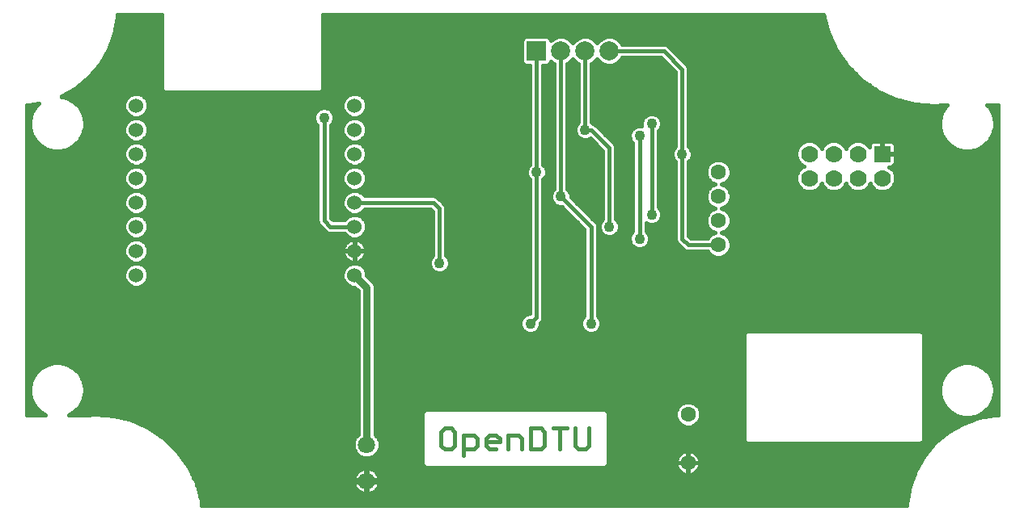
<source format=gtl>
G75*
%MOIN*%
%OFA0B0*%
%FSLAX25Y25*%
%IPPOS*%
%LPD*%
%AMOC8*
5,1,8,0,0,1.08239X$1,22.5*
%
%ADD10C,0.01500*%
%ADD11R,0.07000X0.07000*%
%ADD12C,0.07000*%
%ADD13R,0.07874X0.07874*%
%ADD14C,0.07874*%
%ADD15C,0.06299*%
%ADD16C,0.06000*%
%ADD17C,0.07085*%
%ADD18C,0.01575*%
%ADD19C,0.04331*%
%ADD20C,0.03150*%
D10*
X0177537Y0063418D02*
X0178955Y0062000D01*
X0181791Y0062000D01*
X0183209Y0063418D01*
X0183209Y0069089D01*
X0181791Y0070507D01*
X0178955Y0070507D01*
X0177537Y0069089D01*
X0177537Y0063418D01*
X0186745Y0062000D02*
X0190999Y0062000D01*
X0192417Y0063418D01*
X0192417Y0066254D01*
X0190999Y0067672D01*
X0186745Y0067672D01*
X0186745Y0059164D01*
X0195953Y0063418D02*
X0195953Y0066254D01*
X0197371Y0067672D01*
X0200207Y0067672D01*
X0201625Y0066254D01*
X0201625Y0064836D01*
X0195953Y0064836D01*
X0195953Y0063418D02*
X0197371Y0062000D01*
X0200207Y0062000D01*
X0205161Y0062000D02*
X0205161Y0067672D01*
X0209415Y0067672D01*
X0210832Y0066254D01*
X0210832Y0062000D01*
X0214369Y0062000D02*
X0218622Y0062000D01*
X0220040Y0063418D01*
X0220040Y0069089D01*
X0218622Y0070507D01*
X0214369Y0070507D01*
X0214369Y0062000D01*
X0226412Y0062000D02*
X0226412Y0070507D01*
X0223577Y0070507D02*
X0229248Y0070507D01*
X0232785Y0070507D02*
X0232785Y0063418D01*
X0234202Y0062000D01*
X0237038Y0062000D01*
X0238456Y0063418D01*
X0238456Y0070507D01*
D11*
X0359287Y0183750D03*
D12*
X0349287Y0183750D03*
X0339287Y0183750D03*
X0329287Y0183750D03*
X0329287Y0173750D03*
X0339287Y0173750D03*
X0349287Y0173750D03*
X0359287Y0173750D03*
D13*
X0216787Y0226250D03*
D14*
X0226787Y0226250D03*
X0236787Y0226250D03*
X0246787Y0226250D03*
D15*
X0291787Y0176250D03*
X0291787Y0166250D03*
X0291787Y0156250D03*
X0291787Y0146250D03*
X0279287Y0076250D03*
X0279287Y0056250D03*
D16*
X0141787Y0133750D03*
X0141787Y0143750D03*
X0141787Y0153750D03*
X0141787Y0163750D03*
X0141787Y0173750D03*
X0141787Y0183750D03*
X0141787Y0193750D03*
X0141787Y0203750D03*
X0051787Y0203750D03*
X0051787Y0193750D03*
X0051787Y0183750D03*
X0051787Y0173750D03*
X0051787Y0163750D03*
X0051787Y0153750D03*
X0051787Y0143750D03*
X0051787Y0133750D03*
D17*
X0146787Y0063750D03*
X0146787Y0048750D03*
D18*
X0078199Y0042263D02*
X0369947Y0042263D01*
X0369669Y0040690D02*
X0078636Y0040690D01*
X0078684Y0040518D02*
X0076636Y0047889D01*
X0073340Y0054792D01*
X0068894Y0061017D01*
X0068894Y0061017D01*
X0063436Y0066376D01*
X0063436Y0066376D01*
X0063436Y0066376D01*
X0057129Y0070706D01*
X0050167Y0073875D01*
X0050167Y0073875D01*
X0042760Y0075787D01*
X0042760Y0075787D01*
X0035133Y0076384D01*
X0031556Y0076037D01*
X0024166Y0076037D01*
X0026216Y0077221D01*
X0028316Y0079322D01*
X0029802Y0081895D01*
X0030571Y0084764D01*
X0030571Y0087735D01*
X0029802Y0090605D01*
X0028316Y0093178D01*
X0026216Y0095279D01*
X0023643Y0096765D01*
X0020773Y0097533D01*
X0017802Y0097533D01*
X0014932Y0096765D01*
X0012359Y0095279D01*
X0010258Y0093178D01*
X0008773Y0090605D01*
X0008004Y0087735D01*
X0008004Y0084764D01*
X0008773Y0081895D01*
X0010258Y0079322D01*
X0012359Y0077221D01*
X0014409Y0076037D01*
X0006575Y0076037D01*
X0006575Y0203963D01*
X0007768Y0203963D01*
X0011744Y0204664D01*
X0010258Y0203178D01*
X0008773Y0200605D01*
X0008004Y0197735D01*
X0008004Y0194764D01*
X0008773Y0191895D01*
X0010258Y0189322D01*
X0012359Y0187221D01*
X0014932Y0185735D01*
X0017802Y0184967D01*
X0020773Y0184967D01*
X0023643Y0185735D01*
X0026216Y0187221D01*
X0028316Y0189322D01*
X0029802Y0191895D01*
X0030571Y0194764D01*
X0030571Y0197735D01*
X0029802Y0200605D01*
X0028316Y0203178D01*
X0026216Y0205279D01*
X0023643Y0206765D01*
X0020969Y0207481D01*
X0021166Y0207553D01*
X0027196Y0211034D01*
X0032529Y0215509D01*
X0037004Y0220842D01*
X0040485Y0226871D01*
X0042866Y0233413D01*
X0044075Y0240269D01*
X0044075Y0241463D01*
X0062319Y0241463D01*
X0062319Y0210435D01*
X0063472Y0209281D01*
X0127603Y0209281D01*
X0128756Y0210435D01*
X0128756Y0241463D01*
X0334975Y0241463D01*
X0337005Y0233988D01*
X0340447Y0226672D01*
X0340447Y0226672D01*
X0345107Y0220065D01*
X0345107Y0220065D01*
X0350843Y0214367D01*
X0357482Y0209752D01*
X0364821Y0206360D01*
X0372638Y0204294D01*
X0380695Y0203616D01*
X0384505Y0203963D01*
X0386043Y0203963D01*
X0385258Y0203178D01*
X0383773Y0200605D01*
X0383004Y0197735D01*
X0383004Y0194764D01*
X0383773Y0191895D01*
X0385258Y0189322D01*
X0387359Y0187221D01*
X0389932Y0185735D01*
X0392802Y0184967D01*
X0395773Y0184967D01*
X0398643Y0185735D01*
X0401216Y0187221D01*
X0403316Y0189322D01*
X0404802Y0191895D01*
X0405571Y0194764D01*
X0405571Y0197735D01*
X0404802Y0200605D01*
X0403316Y0203178D01*
X0402532Y0203963D01*
X0407000Y0203963D01*
X0407000Y0076037D01*
X0405806Y0076037D01*
X0398950Y0074828D01*
X0392408Y0072447D01*
X0386379Y0068966D01*
X0381046Y0064491D01*
X0376571Y0059158D01*
X0373090Y0053129D01*
X0370709Y0046587D01*
X0369500Y0039731D01*
X0369500Y0038537D01*
X0078876Y0038537D01*
X0078684Y0040518D01*
X0078820Y0039117D02*
X0369500Y0039117D01*
X0370224Y0043837D02*
X0148885Y0043837D01*
X0148833Y0043810D02*
X0149581Y0044191D01*
X0150260Y0044684D01*
X0150853Y0045278D01*
X0151346Y0045956D01*
X0151727Y0046704D01*
X0151986Y0047502D01*
X0152118Y0048330D01*
X0152117Y0048356D01*
X0147181Y0048356D01*
X0147181Y0043420D01*
X0147207Y0043420D01*
X0148036Y0043551D01*
X0148833Y0043810D01*
X0147181Y0043837D02*
X0146394Y0043837D01*
X0146394Y0043420D02*
X0146394Y0048356D01*
X0147181Y0048356D01*
X0147181Y0049144D01*
X0146394Y0049144D01*
X0146394Y0054080D01*
X0146368Y0054080D01*
X0145539Y0053949D01*
X0144741Y0053690D01*
X0143994Y0053309D01*
X0143315Y0052816D01*
X0142722Y0052222D01*
X0142229Y0051544D01*
X0141848Y0050796D01*
X0141589Y0049998D01*
X0141457Y0049169D01*
X0141457Y0049144D01*
X0146394Y0049144D01*
X0146394Y0048356D01*
X0141457Y0048356D01*
X0141457Y0048330D01*
X0141589Y0047502D01*
X0141848Y0046704D01*
X0142229Y0045956D01*
X0142722Y0045278D01*
X0143315Y0044684D01*
X0143994Y0044191D01*
X0144741Y0043810D01*
X0145539Y0043551D01*
X0146368Y0043420D01*
X0146394Y0043420D01*
X0144690Y0043837D02*
X0077762Y0043837D01*
X0077325Y0045410D02*
X0142626Y0045410D01*
X0141757Y0046983D02*
X0076888Y0046983D01*
X0076636Y0047889D02*
X0076636Y0047889D01*
X0076317Y0048556D02*
X0146394Y0048556D01*
X0147181Y0048556D02*
X0371426Y0048556D01*
X0370853Y0046983D02*
X0151818Y0046983D01*
X0150949Y0045410D02*
X0370501Y0045410D01*
X0370709Y0046587D02*
X0370709Y0046587D01*
X0371998Y0050130D02*
X0151943Y0050130D01*
X0151986Y0049998D02*
X0151727Y0050796D01*
X0151346Y0051544D01*
X0150853Y0052222D01*
X0150260Y0052816D01*
X0149581Y0053309D01*
X0148833Y0053690D01*
X0148036Y0053949D01*
X0147207Y0054080D01*
X0147181Y0054080D01*
X0147181Y0049144D01*
X0152118Y0049144D01*
X0152118Y0049169D01*
X0151986Y0049998D01*
X0151230Y0051703D02*
X0277337Y0051703D01*
X0277392Y0051675D02*
X0278131Y0051435D01*
X0278899Y0051313D01*
X0279189Y0051313D01*
X0279189Y0056151D01*
X0279386Y0056151D01*
X0279386Y0051313D01*
X0279676Y0051313D01*
X0280443Y0051435D01*
X0281183Y0051675D01*
X0281875Y0052027D01*
X0282504Y0052484D01*
X0283053Y0053034D01*
X0283510Y0053662D01*
X0283863Y0054355D01*
X0284103Y0055094D01*
X0284224Y0055861D01*
X0284224Y0056152D01*
X0279386Y0056152D01*
X0279386Y0056348D01*
X0284224Y0056348D01*
X0284224Y0056639D01*
X0284103Y0057406D01*
X0283863Y0058145D01*
X0283510Y0058838D01*
X0283053Y0059466D01*
X0282504Y0060016D01*
X0281875Y0060473D01*
X0281183Y0060825D01*
X0280443Y0061065D01*
X0279676Y0061187D01*
X0279386Y0061187D01*
X0279386Y0056348D01*
X0279189Y0056348D01*
X0279189Y0056152D01*
X0274350Y0056152D01*
X0274350Y0055861D01*
X0274472Y0055094D01*
X0274712Y0054355D01*
X0275065Y0053662D01*
X0275522Y0053034D01*
X0276071Y0052484D01*
X0276700Y0052027D01*
X0277392Y0051675D01*
X0279189Y0051703D02*
X0279386Y0051703D01*
X0279386Y0053276D02*
X0279189Y0053276D01*
X0279189Y0054850D02*
X0279386Y0054850D01*
X0279189Y0056348D02*
X0274350Y0056348D01*
X0274350Y0056639D01*
X0274472Y0057406D01*
X0274712Y0058145D01*
X0275065Y0058838D01*
X0275522Y0059466D01*
X0276071Y0060016D01*
X0276700Y0060473D01*
X0277392Y0060825D01*
X0278131Y0061065D01*
X0278899Y0061187D01*
X0279189Y0061187D01*
X0279189Y0056348D01*
X0279189Y0056423D02*
X0279386Y0056423D01*
X0279386Y0057996D02*
X0279189Y0057996D01*
X0279189Y0059570D02*
X0279386Y0059570D01*
X0279386Y0061143D02*
X0279189Y0061143D01*
X0278621Y0061143D02*
X0246256Y0061143D01*
X0246256Y0062716D02*
X0379557Y0062716D01*
X0380877Y0064290D02*
X0375111Y0064290D01*
X0375103Y0064281D02*
X0376256Y0065435D01*
X0376256Y0109565D01*
X0375103Y0110718D01*
X0303472Y0110718D01*
X0302319Y0109565D01*
X0302319Y0065435D01*
X0303472Y0064281D01*
X0375103Y0064281D01*
X0376256Y0065863D02*
X0382681Y0065863D01*
X0381046Y0064491D02*
X0381046Y0064491D01*
X0381046Y0064491D01*
X0384556Y0067436D02*
X0376256Y0067436D01*
X0376256Y0069010D02*
X0386454Y0069010D01*
X0386379Y0068966D02*
X0386379Y0068966D01*
X0389179Y0070583D02*
X0376256Y0070583D01*
X0376256Y0072156D02*
X0391904Y0072156D01*
X0392408Y0072447D02*
X0392408Y0072447D01*
X0392802Y0074967D02*
X0395773Y0074967D01*
X0398643Y0075735D01*
X0401216Y0077221D01*
X0403316Y0079322D01*
X0404802Y0081895D01*
X0405571Y0084764D01*
X0405571Y0087735D01*
X0404802Y0090605D01*
X0403316Y0093178D01*
X0401216Y0095279D01*
X0398643Y0096765D01*
X0395773Y0097533D01*
X0392802Y0097533D01*
X0389932Y0096765D01*
X0387359Y0095279D01*
X0385258Y0093178D01*
X0383773Y0090605D01*
X0383004Y0087735D01*
X0383004Y0084764D01*
X0383773Y0081895D01*
X0385258Y0079322D01*
X0387359Y0077221D01*
X0389932Y0075735D01*
X0392802Y0074967D01*
X0391547Y0075303D02*
X0376256Y0075303D01*
X0376256Y0076876D02*
X0387956Y0076876D01*
X0386131Y0078449D02*
X0376256Y0078449D01*
X0376256Y0080023D02*
X0384854Y0080023D01*
X0383945Y0081596D02*
X0376256Y0081596D01*
X0376256Y0083169D02*
X0383431Y0083169D01*
X0383010Y0084743D02*
X0376256Y0084743D01*
X0376256Y0086316D02*
X0383004Y0086316D01*
X0383045Y0087889D02*
X0376256Y0087889D01*
X0376256Y0089463D02*
X0383467Y0089463D01*
X0384022Y0091036D02*
X0376256Y0091036D01*
X0376256Y0092609D02*
X0384930Y0092609D01*
X0386263Y0094183D02*
X0376256Y0094183D01*
X0376256Y0095756D02*
X0388185Y0095756D01*
X0392040Y0097329D02*
X0376256Y0097329D01*
X0376256Y0098903D02*
X0407000Y0098903D01*
X0407000Y0100476D02*
X0376256Y0100476D01*
X0376256Y0102049D02*
X0407000Y0102049D01*
X0407000Y0103622D02*
X0376256Y0103622D01*
X0376256Y0105196D02*
X0407000Y0105196D01*
X0407000Y0106769D02*
X0376256Y0106769D01*
X0376256Y0108342D02*
X0407000Y0108342D01*
X0407000Y0109916D02*
X0375906Y0109916D01*
X0396535Y0097329D02*
X0407000Y0097329D01*
X0407000Y0095756D02*
X0400390Y0095756D01*
X0402312Y0094183D02*
X0407000Y0094183D01*
X0407000Y0092609D02*
X0403645Y0092609D01*
X0404553Y0091036D02*
X0407000Y0091036D01*
X0407000Y0089463D02*
X0405108Y0089463D01*
X0405530Y0087889D02*
X0407000Y0087889D01*
X0407000Y0086316D02*
X0405571Y0086316D01*
X0405565Y0084743D02*
X0407000Y0084743D01*
X0407000Y0083169D02*
X0405143Y0083169D01*
X0404629Y0081596D02*
X0407000Y0081596D01*
X0407000Y0080023D02*
X0403721Y0080023D01*
X0402444Y0078449D02*
X0407000Y0078449D01*
X0407000Y0076876D02*
X0400618Y0076876D01*
X0401640Y0075303D02*
X0397028Y0075303D01*
X0395931Y0073729D02*
X0376256Y0073729D01*
X0378236Y0061143D02*
X0279954Y0061143D01*
X0282950Y0059570D02*
X0376916Y0059570D01*
X0376571Y0059158D02*
X0376571Y0059158D01*
X0375900Y0057996D02*
X0283911Y0057996D01*
X0284224Y0056423D02*
X0374992Y0056423D01*
X0374083Y0054850D02*
X0284023Y0054850D01*
X0283229Y0053276D02*
X0373175Y0053276D01*
X0373090Y0053129D02*
X0373090Y0053129D01*
X0372571Y0051703D02*
X0281238Y0051703D01*
X0275345Y0053276D02*
X0149625Y0053276D01*
X0147181Y0053276D02*
X0146394Y0053276D01*
X0146394Y0051703D02*
X0147181Y0051703D01*
X0147181Y0050130D02*
X0146394Y0050130D01*
X0143949Y0053276D02*
X0074063Y0053276D01*
X0073340Y0054792D02*
X0073340Y0054792D01*
X0073298Y0054850D02*
X0170404Y0054850D01*
X0170972Y0054281D02*
X0169819Y0055435D01*
X0169819Y0077065D01*
X0170972Y0078218D01*
X0245103Y0078218D01*
X0246256Y0077065D01*
X0246256Y0055435D01*
X0245103Y0054281D01*
X0170972Y0054281D01*
X0169819Y0056423D02*
X0072175Y0056423D01*
X0071051Y0057996D02*
X0169819Y0057996D01*
X0169819Y0059570D02*
X0150401Y0059570D01*
X0149909Y0059078D02*
X0151460Y0060628D01*
X0152299Y0062654D01*
X0152299Y0064846D01*
X0151460Y0066872D01*
X0150331Y0068001D01*
X0150331Y0129455D01*
X0149791Y0130757D01*
X0146756Y0133792D01*
X0146756Y0134738D01*
X0145999Y0136564D01*
X0144602Y0137962D01*
X0142776Y0138718D01*
X0140799Y0138718D01*
X0138973Y0137962D01*
X0137575Y0136564D01*
X0136819Y0134738D01*
X0136819Y0132762D01*
X0137575Y0130936D01*
X0138973Y0129538D01*
X0140799Y0128781D01*
X0141745Y0128781D01*
X0143244Y0127282D01*
X0143244Y0068001D01*
X0142115Y0066872D01*
X0141276Y0064846D01*
X0141276Y0062654D01*
X0142115Y0060628D01*
X0143666Y0059078D01*
X0145691Y0058239D01*
X0147884Y0058239D01*
X0149909Y0059078D01*
X0151673Y0061143D02*
X0169819Y0061143D01*
X0169819Y0062716D02*
X0152299Y0062716D01*
X0152299Y0064290D02*
X0169819Y0064290D01*
X0169819Y0065863D02*
X0151877Y0065863D01*
X0150895Y0067436D02*
X0169819Y0067436D01*
X0169819Y0069010D02*
X0150331Y0069010D01*
X0150331Y0070583D02*
X0169819Y0070583D01*
X0169819Y0072156D02*
X0150331Y0072156D01*
X0150331Y0073729D02*
X0169819Y0073729D01*
X0169819Y0075303D02*
X0150331Y0075303D01*
X0150331Y0076876D02*
X0169819Y0076876D01*
X0150331Y0078449D02*
X0274659Y0078449D01*
X0274948Y0079149D02*
X0274169Y0077268D01*
X0274169Y0075232D01*
X0274948Y0073351D01*
X0276388Y0071911D01*
X0278269Y0071132D01*
X0280305Y0071132D01*
X0282187Y0071911D01*
X0283626Y0073351D01*
X0284405Y0075232D01*
X0284405Y0077268D01*
X0283626Y0079149D01*
X0282187Y0080589D01*
X0280305Y0081368D01*
X0278269Y0081368D01*
X0276388Y0080589D01*
X0274948Y0079149D01*
X0275822Y0080023D02*
X0150331Y0080023D01*
X0150331Y0081596D02*
X0302319Y0081596D01*
X0302319Y0080023D02*
X0282753Y0080023D01*
X0283916Y0078449D02*
X0302319Y0078449D01*
X0302319Y0076876D02*
X0284405Y0076876D01*
X0284405Y0075303D02*
X0302319Y0075303D01*
X0302319Y0073729D02*
X0283783Y0073729D01*
X0282432Y0072156D02*
X0302319Y0072156D01*
X0302319Y0070583D02*
X0246256Y0070583D01*
X0246256Y0072156D02*
X0276143Y0072156D01*
X0274792Y0073729D02*
X0246256Y0073729D01*
X0246256Y0075303D02*
X0274169Y0075303D01*
X0274169Y0076876D02*
X0246256Y0076876D01*
X0246256Y0069010D02*
X0302319Y0069010D01*
X0302319Y0067436D02*
X0246256Y0067436D01*
X0246256Y0065863D02*
X0302319Y0065863D01*
X0303464Y0064290D02*
X0246256Y0064290D01*
X0246256Y0059570D02*
X0275625Y0059570D01*
X0274664Y0057996D02*
X0246256Y0057996D01*
X0246256Y0056423D02*
X0274350Y0056423D01*
X0274551Y0054850D02*
X0245671Y0054850D01*
X0302319Y0083169D02*
X0150331Y0083169D01*
X0150331Y0084743D02*
X0302319Y0084743D01*
X0302319Y0086316D02*
X0150331Y0086316D01*
X0150331Y0087889D02*
X0302319Y0087889D01*
X0302319Y0089463D02*
X0150331Y0089463D01*
X0150331Y0091036D02*
X0302319Y0091036D01*
X0302319Y0092609D02*
X0150331Y0092609D01*
X0150331Y0094183D02*
X0302319Y0094183D01*
X0302319Y0095756D02*
X0150331Y0095756D01*
X0150331Y0097329D02*
X0302319Y0097329D01*
X0302319Y0098903D02*
X0150331Y0098903D01*
X0150331Y0100476D02*
X0302319Y0100476D01*
X0302319Y0102049D02*
X0150331Y0102049D01*
X0150331Y0103622D02*
X0302319Y0103622D01*
X0302319Y0105196D02*
X0150331Y0105196D01*
X0150331Y0106769D02*
X0302319Y0106769D01*
X0302319Y0108342D02*
X0150331Y0108342D01*
X0150331Y0109916D02*
X0212742Y0109916D01*
X0213465Y0109616D02*
X0215110Y0109616D01*
X0216629Y0110245D01*
X0217792Y0111408D01*
X0218421Y0112928D01*
X0218421Y0113986D01*
X0219124Y0114689D01*
X0219543Y0115702D01*
X0219543Y0173160D01*
X0220292Y0173908D01*
X0220921Y0175428D01*
X0220921Y0177072D01*
X0220292Y0178592D01*
X0219543Y0179340D01*
X0219543Y0220344D01*
X0221540Y0220344D01*
X0222693Y0221498D01*
X0222693Y0221993D01*
X0223442Y0221244D01*
X0224031Y0220999D01*
X0224031Y0169340D01*
X0223283Y0168592D01*
X0222654Y0167072D01*
X0222654Y0165428D01*
X0223283Y0163908D01*
X0224446Y0162745D01*
X0225965Y0162116D01*
X0227024Y0162116D01*
X0236531Y0152608D01*
X0236531Y0116840D01*
X0235783Y0116092D01*
X0235154Y0114572D01*
X0235154Y0112928D01*
X0235783Y0111408D01*
X0236946Y0110245D01*
X0238465Y0109616D01*
X0240110Y0109616D01*
X0241629Y0110245D01*
X0242792Y0111408D01*
X0243421Y0112928D01*
X0243421Y0114572D01*
X0242792Y0116092D01*
X0242043Y0116840D01*
X0242043Y0154298D01*
X0241624Y0155311D01*
X0230921Y0166014D01*
X0230921Y0167072D01*
X0230292Y0168592D01*
X0229543Y0169340D01*
X0229543Y0220999D01*
X0230133Y0221244D01*
X0231787Y0222898D01*
X0233442Y0221244D01*
X0234031Y0220999D01*
X0234031Y0196840D01*
X0233283Y0196092D01*
X0232654Y0194572D01*
X0232654Y0192928D01*
X0233283Y0191408D01*
X0234446Y0190245D01*
X0235965Y0189616D01*
X0237610Y0189616D01*
X0238963Y0190177D01*
X0244031Y0185108D01*
X0244031Y0156840D01*
X0243283Y0156092D01*
X0242654Y0154572D01*
X0242654Y0152928D01*
X0243283Y0151408D01*
X0244446Y0150245D01*
X0245965Y0149616D01*
X0247610Y0149616D01*
X0249129Y0150245D01*
X0250292Y0151408D01*
X0250921Y0152928D01*
X0250921Y0154572D01*
X0250292Y0156092D01*
X0249543Y0156840D01*
X0249543Y0186798D01*
X0249124Y0187811D01*
X0241624Y0195311D01*
X0240848Y0196086D01*
X0239907Y0196476D01*
X0239543Y0196840D01*
X0239543Y0220999D01*
X0240133Y0221244D01*
X0241787Y0222898D01*
X0243442Y0221244D01*
X0245613Y0220344D01*
X0247962Y0220344D01*
X0250133Y0221244D01*
X0251794Y0222905D01*
X0252038Y0223494D01*
X0268146Y0223494D01*
X0274031Y0217608D01*
X0274031Y0186840D01*
X0273283Y0186092D01*
X0272654Y0184572D01*
X0272654Y0182928D01*
X0273283Y0181408D01*
X0274031Y0180660D01*
X0274031Y0148202D01*
X0274451Y0147189D01*
X0277726Y0143914D01*
X0278739Y0143494D01*
X0287389Y0143494D01*
X0287448Y0143351D01*
X0288888Y0141911D01*
X0290769Y0141132D01*
X0292805Y0141132D01*
X0294687Y0141911D01*
X0296126Y0143351D01*
X0296905Y0145232D01*
X0296905Y0147268D01*
X0296126Y0149149D01*
X0294687Y0150589D01*
X0293091Y0151250D01*
X0294687Y0151911D01*
X0296126Y0153351D01*
X0296905Y0155232D01*
X0296905Y0157268D01*
X0296126Y0159149D01*
X0294687Y0160589D01*
X0293091Y0161250D01*
X0294687Y0161911D01*
X0296126Y0163351D01*
X0296905Y0165232D01*
X0296905Y0167268D01*
X0296126Y0169149D01*
X0294687Y0170589D01*
X0293091Y0171250D01*
X0294687Y0171911D01*
X0296126Y0173351D01*
X0296905Y0175232D01*
X0296905Y0177268D01*
X0296126Y0179149D01*
X0294687Y0180589D01*
X0292805Y0181368D01*
X0290769Y0181368D01*
X0288888Y0180589D01*
X0287448Y0179149D01*
X0286669Y0177268D01*
X0286669Y0175232D01*
X0287448Y0173351D01*
X0288888Y0171911D01*
X0290484Y0171250D01*
X0288888Y0170589D01*
X0287448Y0169149D01*
X0286669Y0167268D01*
X0286669Y0165232D01*
X0287448Y0163351D01*
X0288888Y0161911D01*
X0290484Y0161250D01*
X0288888Y0160589D01*
X0287448Y0159149D01*
X0286669Y0157268D01*
X0286669Y0155232D01*
X0287448Y0153351D01*
X0288888Y0151911D01*
X0290484Y0151250D01*
X0288888Y0150589D01*
X0287448Y0149149D01*
X0287389Y0149006D01*
X0280429Y0149006D01*
X0279543Y0149892D01*
X0279543Y0180660D01*
X0280292Y0181408D01*
X0280921Y0182928D01*
X0280921Y0184572D01*
X0280292Y0186092D01*
X0279543Y0186840D01*
X0279543Y0219298D01*
X0279124Y0220311D01*
X0278348Y0221086D01*
X0270848Y0228586D01*
X0269836Y0229006D01*
X0252038Y0229006D01*
X0251794Y0229595D01*
X0250133Y0231256D01*
X0247962Y0232155D01*
X0245613Y0232155D01*
X0243442Y0231256D01*
X0241787Y0229602D01*
X0240133Y0231256D01*
X0237962Y0232155D01*
X0235613Y0232155D01*
X0233442Y0231256D01*
X0231787Y0229602D01*
X0230133Y0231256D01*
X0227962Y0232155D01*
X0225613Y0232155D01*
X0223442Y0231256D01*
X0222693Y0230507D01*
X0222693Y0231002D01*
X0221540Y0232155D01*
X0212035Y0232155D01*
X0210882Y0231002D01*
X0210882Y0221498D01*
X0212035Y0220344D01*
X0214031Y0220344D01*
X0214031Y0179340D01*
X0213283Y0178592D01*
X0212654Y0177072D01*
X0212654Y0175428D01*
X0213283Y0173908D01*
X0214031Y0173160D01*
X0214031Y0117884D01*
X0213465Y0117884D01*
X0211946Y0117255D01*
X0210783Y0116092D01*
X0210154Y0114572D01*
X0210154Y0112928D01*
X0210783Y0111408D01*
X0211946Y0110245D01*
X0213465Y0109616D01*
X0215833Y0109916D02*
X0237742Y0109916D01*
X0235749Y0111489D02*
X0217825Y0111489D01*
X0218421Y0113062D02*
X0235154Y0113062D01*
X0235180Y0114636D02*
X0219070Y0114636D01*
X0219543Y0116209D02*
X0235900Y0116209D01*
X0236531Y0117782D02*
X0219543Y0117782D01*
X0219543Y0119356D02*
X0236531Y0119356D01*
X0236531Y0120929D02*
X0219543Y0120929D01*
X0219543Y0122502D02*
X0236531Y0122502D01*
X0236531Y0124076D02*
X0219543Y0124076D01*
X0219543Y0125649D02*
X0236531Y0125649D01*
X0236531Y0127222D02*
X0219543Y0127222D01*
X0219543Y0128795D02*
X0236531Y0128795D01*
X0236531Y0130369D02*
X0219543Y0130369D01*
X0219543Y0131942D02*
X0236531Y0131942D01*
X0236531Y0133515D02*
X0219543Y0133515D01*
X0219543Y0135089D02*
X0236531Y0135089D01*
X0236531Y0136662D02*
X0219543Y0136662D01*
X0219543Y0138235D02*
X0236531Y0138235D01*
X0236531Y0139809D02*
X0219543Y0139809D01*
X0219543Y0141382D02*
X0236531Y0141382D01*
X0236531Y0142955D02*
X0219543Y0142955D01*
X0219543Y0144529D02*
X0236531Y0144529D01*
X0236531Y0146102D02*
X0219543Y0146102D01*
X0219543Y0147675D02*
X0236531Y0147675D01*
X0236531Y0149249D02*
X0219543Y0149249D01*
X0219543Y0150822D02*
X0236531Y0150822D01*
X0236531Y0152395D02*
X0219543Y0152395D01*
X0219543Y0153969D02*
X0235171Y0153969D01*
X0233598Y0155542D02*
X0219543Y0155542D01*
X0219543Y0157115D02*
X0232025Y0157115D01*
X0230451Y0158688D02*
X0219543Y0158688D01*
X0219543Y0160262D02*
X0228878Y0160262D01*
X0227305Y0161835D02*
X0219543Y0161835D01*
X0219543Y0163408D02*
X0223783Y0163408D01*
X0222838Y0164982D02*
X0219543Y0164982D01*
X0219543Y0166555D02*
X0222654Y0166555D01*
X0223091Y0168128D02*
X0219543Y0168128D01*
X0219543Y0169702D02*
X0224031Y0169702D01*
X0224031Y0171275D02*
X0219543Y0171275D01*
X0219543Y0172848D02*
X0224031Y0172848D01*
X0224031Y0174422D02*
X0220505Y0174422D01*
X0220921Y0175995D02*
X0224031Y0175995D01*
X0224031Y0177568D02*
X0220716Y0177568D01*
X0219742Y0179142D02*
X0224031Y0179142D01*
X0224031Y0180715D02*
X0219543Y0180715D01*
X0219543Y0182288D02*
X0224031Y0182288D01*
X0224031Y0183862D02*
X0219543Y0183862D01*
X0219543Y0185435D02*
X0224031Y0185435D01*
X0224031Y0187008D02*
X0219543Y0187008D01*
X0219543Y0188581D02*
X0224031Y0188581D01*
X0224031Y0190155D02*
X0219543Y0190155D01*
X0219543Y0191728D02*
X0224031Y0191728D01*
X0224031Y0193301D02*
X0219543Y0193301D01*
X0219543Y0194875D02*
X0224031Y0194875D01*
X0224031Y0196448D02*
X0219543Y0196448D01*
X0219543Y0198021D02*
X0224031Y0198021D01*
X0224031Y0199595D02*
X0219543Y0199595D01*
X0219543Y0201168D02*
X0224031Y0201168D01*
X0224031Y0202741D02*
X0219543Y0202741D01*
X0219543Y0204315D02*
X0224031Y0204315D01*
X0224031Y0205888D02*
X0219543Y0205888D01*
X0219543Y0207461D02*
X0224031Y0207461D01*
X0224031Y0209035D02*
X0219543Y0209035D01*
X0219543Y0210608D02*
X0224031Y0210608D01*
X0224031Y0212181D02*
X0219543Y0212181D01*
X0219543Y0213754D02*
X0224031Y0213754D01*
X0224031Y0215328D02*
X0219543Y0215328D01*
X0219543Y0216901D02*
X0224031Y0216901D01*
X0224031Y0218474D02*
X0219543Y0218474D01*
X0219543Y0220048D02*
X0224031Y0220048D01*
X0223065Y0221621D02*
X0222693Y0221621D01*
X0226787Y0226250D02*
X0226787Y0166250D01*
X0239287Y0153750D01*
X0239287Y0113750D01*
X0240833Y0109916D02*
X0302669Y0109916D01*
X0293409Y0141382D02*
X0407000Y0141382D01*
X0407000Y0139809D02*
X0242043Y0139809D01*
X0242043Y0141382D02*
X0290165Y0141382D01*
X0287844Y0142955D02*
X0242043Y0142955D01*
X0242043Y0144529D02*
X0277111Y0144529D01*
X0275538Y0146102D02*
X0262486Y0146102D01*
X0262792Y0146408D02*
X0261629Y0145245D01*
X0260110Y0144616D01*
X0258465Y0144616D01*
X0256946Y0145245D01*
X0255783Y0146408D01*
X0255154Y0147928D01*
X0255154Y0149572D01*
X0255783Y0151092D01*
X0256531Y0151840D01*
X0256531Y0188160D01*
X0255783Y0188908D01*
X0255154Y0190428D01*
X0255154Y0192072D01*
X0255783Y0193592D01*
X0256946Y0194755D01*
X0258465Y0195384D01*
X0260110Y0195384D01*
X0260185Y0195353D01*
X0260154Y0195428D01*
X0260154Y0197072D01*
X0260783Y0198592D01*
X0261946Y0199755D01*
X0263465Y0200384D01*
X0265110Y0200384D01*
X0266629Y0199755D01*
X0267792Y0198592D01*
X0268421Y0197072D01*
X0268421Y0195428D01*
X0267792Y0193908D01*
X0267043Y0193160D01*
X0267043Y0161840D01*
X0267792Y0161092D01*
X0268421Y0159572D01*
X0268421Y0157928D01*
X0267792Y0156408D01*
X0266629Y0155245D01*
X0265110Y0154616D01*
X0263465Y0154616D01*
X0262043Y0155205D01*
X0262043Y0151840D01*
X0262792Y0151092D01*
X0263421Y0149572D01*
X0263421Y0147928D01*
X0262792Y0146408D01*
X0263317Y0147675D02*
X0274250Y0147675D01*
X0274031Y0149249D02*
X0263421Y0149249D01*
X0262904Y0150822D02*
X0274031Y0150822D01*
X0274031Y0152395D02*
X0262043Y0152395D01*
X0262043Y0153969D02*
X0274031Y0153969D01*
X0274031Y0155542D02*
X0266925Y0155542D01*
X0268085Y0157115D02*
X0274031Y0157115D01*
X0274031Y0158688D02*
X0268421Y0158688D01*
X0268136Y0160262D02*
X0274031Y0160262D01*
X0274031Y0161835D02*
X0267048Y0161835D01*
X0267043Y0163408D02*
X0274031Y0163408D01*
X0274031Y0164982D02*
X0267043Y0164982D01*
X0267043Y0166555D02*
X0274031Y0166555D01*
X0274031Y0168128D02*
X0267043Y0168128D01*
X0267043Y0169702D02*
X0274031Y0169702D01*
X0274031Y0171275D02*
X0267043Y0171275D01*
X0267043Y0172848D02*
X0274031Y0172848D01*
X0274031Y0174422D02*
X0267043Y0174422D01*
X0267043Y0175995D02*
X0274031Y0175995D01*
X0274031Y0177568D02*
X0267043Y0177568D01*
X0267043Y0179142D02*
X0274031Y0179142D01*
X0273976Y0180715D02*
X0267043Y0180715D01*
X0267043Y0182288D02*
X0272918Y0182288D01*
X0272654Y0183862D02*
X0267043Y0183862D01*
X0267043Y0185435D02*
X0273011Y0185435D01*
X0274031Y0187008D02*
X0267043Y0187008D01*
X0267043Y0188581D02*
X0274031Y0188581D01*
X0274031Y0190155D02*
X0267043Y0190155D01*
X0267043Y0191728D02*
X0274031Y0191728D01*
X0274031Y0193301D02*
X0267185Y0193301D01*
X0268192Y0194875D02*
X0274031Y0194875D01*
X0274031Y0196448D02*
X0268421Y0196448D01*
X0268028Y0198021D02*
X0274031Y0198021D01*
X0274031Y0199595D02*
X0266789Y0199595D01*
X0264287Y0196250D02*
X0264287Y0158750D01*
X0256531Y0158688D02*
X0249543Y0158688D01*
X0249543Y0157115D02*
X0256531Y0157115D01*
X0256531Y0155542D02*
X0250520Y0155542D01*
X0250921Y0153969D02*
X0256531Y0153969D01*
X0256531Y0152395D02*
X0250701Y0152395D01*
X0249705Y0150822D02*
X0255671Y0150822D01*
X0255154Y0149249D02*
X0242043Y0149249D01*
X0242043Y0150822D02*
X0243869Y0150822D01*
X0242874Y0152395D02*
X0242043Y0152395D01*
X0242043Y0153969D02*
X0242654Y0153969D01*
X0243055Y0155542D02*
X0241393Y0155542D01*
X0239820Y0157115D02*
X0244031Y0157115D01*
X0244031Y0158688D02*
X0238246Y0158688D01*
X0236673Y0160262D02*
X0244031Y0160262D01*
X0244031Y0161835D02*
X0235100Y0161835D01*
X0233526Y0163408D02*
X0244031Y0163408D01*
X0244031Y0164982D02*
X0231953Y0164982D01*
X0230921Y0166555D02*
X0244031Y0166555D01*
X0244031Y0168128D02*
X0230484Y0168128D01*
X0229543Y0169702D02*
X0244031Y0169702D01*
X0244031Y0171275D02*
X0229543Y0171275D01*
X0229543Y0172848D02*
X0244031Y0172848D01*
X0244031Y0174422D02*
X0229543Y0174422D01*
X0229543Y0175995D02*
X0244031Y0175995D01*
X0244031Y0177568D02*
X0229543Y0177568D01*
X0229543Y0179142D02*
X0244031Y0179142D01*
X0244031Y0180715D02*
X0229543Y0180715D01*
X0229543Y0182288D02*
X0244031Y0182288D01*
X0244031Y0183862D02*
X0229543Y0183862D01*
X0229543Y0185435D02*
X0243705Y0185435D01*
X0242132Y0187008D02*
X0229543Y0187008D01*
X0229543Y0188581D02*
X0240559Y0188581D01*
X0238985Y0190155D02*
X0238910Y0190155D01*
X0234665Y0190155D02*
X0229543Y0190155D01*
X0229543Y0191728D02*
X0233150Y0191728D01*
X0232654Y0193301D02*
X0229543Y0193301D01*
X0229543Y0194875D02*
X0232779Y0194875D01*
X0233639Y0196448D02*
X0229543Y0196448D01*
X0229543Y0198021D02*
X0234031Y0198021D01*
X0234031Y0199595D02*
X0229543Y0199595D01*
X0229543Y0201168D02*
X0234031Y0201168D01*
X0234031Y0202741D02*
X0229543Y0202741D01*
X0229543Y0204315D02*
X0234031Y0204315D01*
X0234031Y0205888D02*
X0229543Y0205888D01*
X0229543Y0207461D02*
X0234031Y0207461D01*
X0234031Y0209035D02*
X0229543Y0209035D01*
X0229543Y0210608D02*
X0234031Y0210608D01*
X0234031Y0212181D02*
X0229543Y0212181D01*
X0229543Y0213754D02*
X0234031Y0213754D01*
X0234031Y0215328D02*
X0229543Y0215328D01*
X0229543Y0216901D02*
X0234031Y0216901D01*
X0234031Y0218474D02*
X0229543Y0218474D01*
X0229543Y0220048D02*
X0234031Y0220048D01*
X0233065Y0221621D02*
X0230510Y0221621D01*
X0236787Y0226250D02*
X0236787Y0193750D01*
X0239287Y0193750D01*
X0246787Y0186250D01*
X0246787Y0153750D01*
X0242043Y0147675D02*
X0255258Y0147675D01*
X0256089Y0146102D02*
X0242043Y0146102D01*
X0242043Y0138235D02*
X0407000Y0138235D01*
X0407000Y0136662D02*
X0242043Y0136662D01*
X0242043Y0135089D02*
X0407000Y0135089D01*
X0407000Y0133515D02*
X0242043Y0133515D01*
X0242043Y0131942D02*
X0407000Y0131942D01*
X0407000Y0130369D02*
X0242043Y0130369D01*
X0242043Y0128795D02*
X0407000Y0128795D01*
X0407000Y0127222D02*
X0242043Y0127222D01*
X0242043Y0125649D02*
X0407000Y0125649D01*
X0407000Y0124076D02*
X0242043Y0124076D01*
X0242043Y0122502D02*
X0407000Y0122502D01*
X0407000Y0120929D02*
X0242043Y0120929D01*
X0242043Y0119356D02*
X0407000Y0119356D01*
X0407000Y0117782D02*
X0242043Y0117782D01*
X0242675Y0116209D02*
X0407000Y0116209D01*
X0407000Y0114636D02*
X0243395Y0114636D01*
X0243421Y0113062D02*
X0407000Y0113062D01*
X0407000Y0111489D02*
X0242825Y0111489D01*
X0216787Y0116250D02*
X0214287Y0113750D01*
X0216787Y0116250D02*
X0216787Y0226250D01*
X0216787Y0176250D01*
X0213833Y0179142D02*
X0143645Y0179142D01*
X0142776Y0178781D02*
X0144602Y0179538D01*
X0145999Y0180936D01*
X0146756Y0182762D01*
X0146756Y0184738D01*
X0145999Y0186564D01*
X0144602Y0187962D01*
X0142776Y0188718D01*
X0140799Y0188718D01*
X0138973Y0187962D01*
X0137575Y0186564D01*
X0136819Y0184738D01*
X0136819Y0182762D01*
X0137575Y0180936D01*
X0138973Y0179538D01*
X0140799Y0178781D01*
X0142776Y0178781D01*
X0142776Y0178718D02*
X0140799Y0178718D01*
X0138973Y0177962D01*
X0137575Y0176564D01*
X0136819Y0174738D01*
X0136819Y0172762D01*
X0137575Y0170936D01*
X0138973Y0169538D01*
X0140799Y0168781D01*
X0142776Y0168781D01*
X0144602Y0169538D01*
X0145999Y0170936D01*
X0146756Y0172762D01*
X0146756Y0174738D01*
X0145999Y0176564D01*
X0144602Y0177962D01*
X0142776Y0178718D01*
X0144996Y0177568D02*
X0212859Y0177568D01*
X0212654Y0175995D02*
X0146235Y0175995D01*
X0146756Y0174422D02*
X0213070Y0174422D01*
X0214031Y0172848D02*
X0146756Y0172848D01*
X0146140Y0171275D02*
X0214031Y0171275D01*
X0214031Y0169702D02*
X0144766Y0169702D01*
X0144200Y0168128D02*
X0214031Y0168128D01*
X0214031Y0166555D02*
X0146003Y0166555D01*
X0145999Y0166564D02*
X0144602Y0167962D01*
X0142776Y0168718D01*
X0140799Y0168718D01*
X0138973Y0167962D01*
X0137575Y0166564D01*
X0136819Y0164738D01*
X0136819Y0162762D01*
X0137575Y0160936D01*
X0138973Y0159538D01*
X0140799Y0158781D01*
X0142776Y0158781D01*
X0144602Y0159538D01*
X0145999Y0160936D01*
X0146024Y0160994D01*
X0173146Y0160994D01*
X0174031Y0160108D01*
X0174031Y0141840D01*
X0173283Y0141092D01*
X0172654Y0139572D01*
X0172654Y0137928D01*
X0173283Y0136408D01*
X0174446Y0135245D01*
X0175965Y0134616D01*
X0177610Y0134616D01*
X0179129Y0135245D01*
X0180292Y0136408D01*
X0180921Y0137928D01*
X0180921Y0139572D01*
X0180292Y0141092D01*
X0179543Y0141840D01*
X0179543Y0161798D01*
X0179124Y0162811D01*
X0178348Y0163586D01*
X0175848Y0166086D01*
X0174836Y0166506D01*
X0146024Y0166506D01*
X0145999Y0166564D01*
X0141787Y0163750D02*
X0174287Y0163750D01*
X0176787Y0161250D01*
X0176787Y0138750D01*
X0174824Y0135089D02*
X0146611Y0135089D01*
X0147033Y0133515D02*
X0214031Y0133515D01*
X0214031Y0131942D02*
X0148606Y0131942D01*
X0149952Y0130369D02*
X0214031Y0130369D01*
X0214031Y0128795D02*
X0150331Y0128795D01*
X0150331Y0127222D02*
X0214031Y0127222D01*
X0214031Y0125649D02*
X0150331Y0125649D01*
X0150331Y0124076D02*
X0214031Y0124076D01*
X0214031Y0122502D02*
X0150331Y0122502D01*
X0150331Y0120929D02*
X0214031Y0120929D01*
X0214031Y0119356D02*
X0150331Y0119356D01*
X0150331Y0117782D02*
X0213220Y0117782D01*
X0210900Y0116209D02*
X0150331Y0116209D01*
X0150331Y0114636D02*
X0210180Y0114636D01*
X0210154Y0113062D02*
X0150331Y0113062D01*
X0150331Y0111489D02*
X0210749Y0111489D01*
X0214031Y0135089D02*
X0178751Y0135089D01*
X0180397Y0136662D02*
X0214031Y0136662D01*
X0214031Y0138235D02*
X0180921Y0138235D01*
X0180823Y0139809D02*
X0214031Y0139809D01*
X0214031Y0141382D02*
X0180002Y0141382D01*
X0179543Y0142955D02*
X0214031Y0142955D01*
X0214031Y0144529D02*
X0179543Y0144529D01*
X0179543Y0146102D02*
X0214031Y0146102D01*
X0214031Y0147675D02*
X0179543Y0147675D01*
X0179543Y0149249D02*
X0214031Y0149249D01*
X0214031Y0150822D02*
X0179543Y0150822D01*
X0179543Y0152395D02*
X0214031Y0152395D01*
X0214031Y0153969D02*
X0179543Y0153969D01*
X0179543Y0155542D02*
X0214031Y0155542D01*
X0214031Y0157115D02*
X0179543Y0157115D01*
X0179543Y0158688D02*
X0214031Y0158688D01*
X0214031Y0160262D02*
X0179543Y0160262D01*
X0179528Y0161835D02*
X0214031Y0161835D01*
X0214031Y0163408D02*
X0178526Y0163408D01*
X0176953Y0164982D02*
X0214031Y0164982D01*
X0214031Y0180715D02*
X0145779Y0180715D01*
X0146560Y0182288D02*
X0214031Y0182288D01*
X0214031Y0183862D02*
X0146756Y0183862D01*
X0146467Y0185435D02*
X0214031Y0185435D01*
X0214031Y0187008D02*
X0145556Y0187008D01*
X0144602Y0189538D02*
X0145999Y0190936D01*
X0146756Y0192762D01*
X0146756Y0194738D01*
X0145999Y0196564D01*
X0144602Y0197962D01*
X0142776Y0198718D01*
X0140799Y0198718D01*
X0138973Y0197962D01*
X0137575Y0196564D01*
X0136819Y0194738D01*
X0136819Y0192762D01*
X0137575Y0190936D01*
X0138973Y0189538D01*
X0140799Y0188781D01*
X0142776Y0188781D01*
X0144602Y0189538D01*
X0145219Y0190155D02*
X0214031Y0190155D01*
X0214031Y0191728D02*
X0146328Y0191728D01*
X0146756Y0193301D02*
X0214031Y0193301D01*
X0214031Y0194875D02*
X0146699Y0194875D01*
X0146048Y0196448D02*
X0214031Y0196448D01*
X0214031Y0198021D02*
X0144459Y0198021D01*
X0144602Y0199538D02*
X0145999Y0200936D01*
X0146756Y0202762D01*
X0146756Y0204738D01*
X0145999Y0206564D01*
X0144602Y0207962D01*
X0142776Y0208718D01*
X0140799Y0208718D01*
X0138973Y0207962D01*
X0137575Y0206564D01*
X0136819Y0204738D01*
X0136819Y0202762D01*
X0137575Y0200936D01*
X0138973Y0199538D01*
X0140799Y0198781D01*
X0142776Y0198781D01*
X0144602Y0199538D01*
X0144659Y0199595D02*
X0214031Y0199595D01*
X0214031Y0201168D02*
X0146096Y0201168D01*
X0146747Y0202741D02*
X0214031Y0202741D01*
X0214031Y0204315D02*
X0146756Y0204315D01*
X0146280Y0205888D02*
X0214031Y0205888D01*
X0214031Y0207461D02*
X0145103Y0207461D01*
X0138472Y0207461D02*
X0055103Y0207461D01*
X0054602Y0207962D02*
X0052776Y0208718D01*
X0050799Y0208718D01*
X0048973Y0207962D01*
X0047575Y0206564D01*
X0046819Y0204738D01*
X0046819Y0202762D01*
X0047575Y0200936D01*
X0048973Y0199538D01*
X0050799Y0198781D01*
X0052776Y0198781D01*
X0054602Y0199538D01*
X0055999Y0200936D01*
X0056756Y0202762D01*
X0056756Y0204738D01*
X0055999Y0206564D01*
X0054602Y0207962D01*
X0056280Y0205888D02*
X0137295Y0205888D01*
X0136819Y0204315D02*
X0056756Y0204315D01*
X0056747Y0202741D02*
X0128121Y0202741D01*
X0128465Y0202884D02*
X0126946Y0202255D01*
X0125783Y0201092D01*
X0125154Y0199572D01*
X0125154Y0197928D01*
X0125783Y0196408D01*
X0126531Y0195660D01*
X0126531Y0155702D01*
X0126951Y0154689D01*
X0129451Y0152189D01*
X0129451Y0152189D01*
X0130226Y0151414D01*
X0131239Y0150994D01*
X0137551Y0150994D01*
X0137575Y0150936D01*
X0138973Y0149538D01*
X0140799Y0148781D01*
X0142776Y0148781D01*
X0144602Y0149538D01*
X0145999Y0150936D01*
X0146756Y0152762D01*
X0146756Y0154738D01*
X0145999Y0156564D01*
X0144602Y0157962D01*
X0142776Y0158718D01*
X0140799Y0158718D01*
X0138973Y0157962D01*
X0137575Y0156564D01*
X0137551Y0156506D01*
X0132929Y0156506D01*
X0132043Y0157392D01*
X0132043Y0195660D01*
X0132792Y0196408D01*
X0133421Y0197928D01*
X0133421Y0199572D01*
X0132792Y0201092D01*
X0131629Y0202255D01*
X0130110Y0202884D01*
X0128465Y0202884D01*
X0130454Y0202741D02*
X0136827Y0202741D01*
X0137479Y0201168D02*
X0132716Y0201168D01*
X0133412Y0199595D02*
X0138916Y0199595D01*
X0139116Y0198021D02*
X0133421Y0198021D01*
X0132808Y0196448D02*
X0137527Y0196448D01*
X0136875Y0194875D02*
X0132043Y0194875D01*
X0132043Y0193301D02*
X0136819Y0193301D01*
X0137247Y0191728D02*
X0132043Y0191728D01*
X0132043Y0190155D02*
X0138356Y0190155D01*
X0140468Y0188581D02*
X0132043Y0188581D01*
X0132043Y0187008D02*
X0138019Y0187008D01*
X0137107Y0185435D02*
X0132043Y0185435D01*
X0132043Y0183862D02*
X0136819Y0183862D01*
X0137015Y0182288D02*
X0132043Y0182288D01*
X0132043Y0180715D02*
X0137796Y0180715D01*
X0139930Y0179142D02*
X0132043Y0179142D01*
X0132043Y0177568D02*
X0138579Y0177568D01*
X0137339Y0175995D02*
X0132043Y0175995D01*
X0132043Y0174422D02*
X0136819Y0174422D01*
X0136819Y0172848D02*
X0132043Y0172848D01*
X0132043Y0171275D02*
X0137435Y0171275D01*
X0138809Y0169702D02*
X0132043Y0169702D01*
X0132043Y0168128D02*
X0139374Y0168128D01*
X0137571Y0166555D02*
X0132043Y0166555D01*
X0132043Y0164982D02*
X0136920Y0164982D01*
X0136819Y0163408D02*
X0132043Y0163408D01*
X0132043Y0161835D02*
X0137203Y0161835D01*
X0138249Y0160262D02*
X0132043Y0160262D01*
X0132043Y0158688D02*
X0140727Y0158688D01*
X0142848Y0158688D02*
X0174031Y0158688D01*
X0174031Y0157115D02*
X0145449Y0157115D01*
X0146423Y0155542D02*
X0174031Y0155542D01*
X0174031Y0153969D02*
X0146756Y0153969D01*
X0146604Y0152395D02*
X0174031Y0152395D01*
X0174031Y0150822D02*
X0145886Y0150822D01*
X0143903Y0149249D02*
X0174031Y0149249D01*
X0174031Y0147675D02*
X0144530Y0147675D01*
X0144297Y0147845D02*
X0143625Y0148187D01*
X0142908Y0148420D01*
X0142164Y0148537D01*
X0142000Y0148537D01*
X0142000Y0143963D01*
X0141575Y0143963D01*
X0141575Y0148537D01*
X0141411Y0148537D01*
X0140666Y0148420D01*
X0139950Y0148187D01*
X0139278Y0147845D01*
X0138669Y0147402D01*
X0138136Y0146869D01*
X0137693Y0146259D01*
X0137351Y0145588D01*
X0137118Y0144871D01*
X0137000Y0144127D01*
X0137000Y0143963D01*
X0141575Y0143963D01*
X0141575Y0143537D01*
X0142000Y0143537D01*
X0142000Y0138963D01*
X0142164Y0138963D01*
X0142908Y0139080D01*
X0143625Y0139313D01*
X0144297Y0139655D01*
X0144906Y0140098D01*
X0145439Y0140631D01*
X0145882Y0141241D01*
X0146224Y0141912D01*
X0146457Y0142629D01*
X0146575Y0143373D01*
X0146575Y0143537D01*
X0142000Y0143537D01*
X0142000Y0143963D01*
X0146575Y0143963D01*
X0146575Y0144127D01*
X0146457Y0144871D01*
X0146224Y0145588D01*
X0145882Y0146259D01*
X0145439Y0146869D01*
X0144906Y0147402D01*
X0144297Y0147845D01*
X0142000Y0147675D02*
X0141575Y0147675D01*
X0141575Y0146102D02*
X0142000Y0146102D01*
X0142000Y0144529D02*
X0141575Y0144529D01*
X0141575Y0143537D02*
X0137000Y0143537D01*
X0137000Y0143373D01*
X0137118Y0142629D01*
X0137351Y0141912D01*
X0137693Y0141241D01*
X0138136Y0140631D01*
X0138669Y0140098D01*
X0139278Y0139655D01*
X0139950Y0139313D01*
X0140666Y0139080D01*
X0141411Y0138963D01*
X0141575Y0138963D01*
X0141575Y0143537D01*
X0141575Y0142955D02*
X0142000Y0142955D01*
X0142000Y0141382D02*
X0141575Y0141382D01*
X0141575Y0139809D02*
X0142000Y0139809D01*
X0143942Y0138235D02*
X0172654Y0138235D01*
X0172751Y0139809D02*
X0144507Y0139809D01*
X0145954Y0141382D02*
X0173573Y0141382D01*
X0174031Y0142955D02*
X0146509Y0142955D01*
X0146511Y0144529D02*
X0174031Y0144529D01*
X0174031Y0146102D02*
X0145962Y0146102D01*
X0139671Y0149249D02*
X0053903Y0149249D01*
X0054602Y0149538D02*
X0055999Y0150936D01*
X0056756Y0152762D01*
X0056756Y0154738D01*
X0055999Y0156564D01*
X0054602Y0157962D01*
X0052776Y0158718D01*
X0050799Y0158718D01*
X0048973Y0157962D01*
X0047575Y0156564D01*
X0046819Y0154738D01*
X0046819Y0152762D01*
X0047575Y0150936D01*
X0048973Y0149538D01*
X0050799Y0148781D01*
X0052776Y0148781D01*
X0054602Y0149538D01*
X0054602Y0147962D02*
X0052776Y0148718D01*
X0050799Y0148718D01*
X0048973Y0147962D01*
X0047575Y0146564D01*
X0046819Y0144738D01*
X0046819Y0142762D01*
X0047575Y0140936D01*
X0048973Y0139538D01*
X0050799Y0138781D01*
X0052776Y0138781D01*
X0054602Y0139538D01*
X0055999Y0140936D01*
X0056756Y0142762D01*
X0056756Y0144738D01*
X0055999Y0146564D01*
X0054602Y0147962D01*
X0054889Y0147675D02*
X0139045Y0147675D01*
X0137613Y0146102D02*
X0056191Y0146102D01*
X0056756Y0144529D02*
X0137064Y0144529D01*
X0137066Y0142955D02*
X0056756Y0142955D01*
X0056184Y0141382D02*
X0137621Y0141382D01*
X0139067Y0139809D02*
X0054873Y0139809D01*
X0053942Y0138235D02*
X0139633Y0138235D01*
X0137673Y0136662D02*
X0055902Y0136662D01*
X0055999Y0136564D02*
X0054602Y0137962D01*
X0052776Y0138718D01*
X0050799Y0138718D01*
X0048973Y0137962D01*
X0047575Y0136564D01*
X0046819Y0134738D01*
X0046819Y0132762D01*
X0047575Y0130936D01*
X0048973Y0129538D01*
X0050799Y0128781D01*
X0052776Y0128781D01*
X0054602Y0129538D01*
X0055999Y0130936D01*
X0056756Y0132762D01*
X0056756Y0134738D01*
X0055999Y0136564D01*
X0056611Y0135089D02*
X0136964Y0135089D01*
X0136819Y0133515D02*
X0056756Y0133515D01*
X0056416Y0131942D02*
X0137158Y0131942D01*
X0138142Y0130369D02*
X0055433Y0130369D01*
X0052809Y0128795D02*
X0140765Y0128795D01*
X0143244Y0127222D02*
X0006575Y0127222D01*
X0006575Y0125649D02*
X0143244Y0125649D01*
X0143244Y0124076D02*
X0006575Y0124076D01*
X0006575Y0122502D02*
X0143244Y0122502D01*
X0143244Y0120929D02*
X0006575Y0120929D01*
X0006575Y0119356D02*
X0143244Y0119356D01*
X0143244Y0117782D02*
X0006575Y0117782D01*
X0006575Y0116209D02*
X0143244Y0116209D01*
X0143244Y0114636D02*
X0006575Y0114636D01*
X0006575Y0113062D02*
X0143244Y0113062D01*
X0143244Y0111489D02*
X0006575Y0111489D01*
X0006575Y0109916D02*
X0143244Y0109916D01*
X0143244Y0108342D02*
X0006575Y0108342D01*
X0006575Y0106769D02*
X0143244Y0106769D01*
X0143244Y0105196D02*
X0006575Y0105196D01*
X0006575Y0103622D02*
X0143244Y0103622D01*
X0143244Y0102049D02*
X0006575Y0102049D01*
X0006575Y0100476D02*
X0143244Y0100476D01*
X0143244Y0098903D02*
X0006575Y0098903D01*
X0006575Y0097329D02*
X0017040Y0097329D01*
X0013185Y0095756D02*
X0006575Y0095756D01*
X0006575Y0094183D02*
X0011263Y0094183D01*
X0009930Y0092609D02*
X0006575Y0092609D01*
X0006575Y0091036D02*
X0009022Y0091036D01*
X0008467Y0089463D02*
X0006575Y0089463D01*
X0006575Y0087889D02*
X0008045Y0087889D01*
X0008004Y0086316D02*
X0006575Y0086316D01*
X0006575Y0084743D02*
X0008010Y0084743D01*
X0008431Y0083169D02*
X0006575Y0083169D01*
X0006575Y0081596D02*
X0008945Y0081596D01*
X0009854Y0080023D02*
X0006575Y0080023D01*
X0006575Y0078449D02*
X0011131Y0078449D01*
X0012956Y0076876D02*
X0006575Y0076876D01*
X0025618Y0076876D02*
X0143244Y0076876D01*
X0143244Y0075303D02*
X0044636Y0075303D01*
X0050487Y0073729D02*
X0143244Y0073729D01*
X0143244Y0072156D02*
X0053944Y0072156D01*
X0057129Y0070706D02*
X0057129Y0070706D01*
X0057309Y0070583D02*
X0143244Y0070583D01*
X0143244Y0069010D02*
X0059601Y0069010D01*
X0061892Y0067436D02*
X0142680Y0067436D01*
X0141697Y0065863D02*
X0063959Y0065863D01*
X0065561Y0064290D02*
X0141276Y0064290D01*
X0141276Y0062716D02*
X0067164Y0062716D01*
X0068766Y0061143D02*
X0141902Y0061143D01*
X0143174Y0059570D02*
X0069928Y0059570D01*
X0074815Y0051703D02*
X0142345Y0051703D01*
X0141631Y0050130D02*
X0075566Y0050130D01*
X0035133Y0076384D02*
X0035133Y0076384D01*
X0028721Y0080023D02*
X0143244Y0080023D01*
X0143244Y0081596D02*
X0029629Y0081596D01*
X0030143Y0083169D02*
X0143244Y0083169D01*
X0143244Y0084743D02*
X0030565Y0084743D01*
X0030571Y0086316D02*
X0143244Y0086316D01*
X0143244Y0087889D02*
X0030530Y0087889D01*
X0030108Y0089463D02*
X0143244Y0089463D01*
X0143244Y0091036D02*
X0029553Y0091036D01*
X0028645Y0092609D02*
X0143244Y0092609D01*
X0143244Y0094183D02*
X0027312Y0094183D01*
X0025390Y0095756D02*
X0143244Y0095756D01*
X0143244Y0097329D02*
X0021535Y0097329D01*
X0027444Y0078449D02*
X0143244Y0078449D01*
X0146394Y0046983D02*
X0147181Y0046983D01*
X0147181Y0045410D02*
X0146394Y0045410D01*
X0050765Y0128795D02*
X0006575Y0128795D01*
X0006575Y0130369D02*
X0048142Y0130369D01*
X0047158Y0131942D02*
X0006575Y0131942D01*
X0006575Y0133515D02*
X0046819Y0133515D01*
X0046964Y0135089D02*
X0006575Y0135089D01*
X0006575Y0136662D02*
X0047673Y0136662D01*
X0049633Y0138235D02*
X0006575Y0138235D01*
X0006575Y0139809D02*
X0048702Y0139809D01*
X0047390Y0141382D02*
X0006575Y0141382D01*
X0006575Y0142955D02*
X0046819Y0142955D01*
X0046819Y0144529D02*
X0006575Y0144529D01*
X0006575Y0146102D02*
X0047384Y0146102D01*
X0048686Y0147675D02*
X0006575Y0147675D01*
X0006575Y0149249D02*
X0049671Y0149249D01*
X0047689Y0150822D02*
X0006575Y0150822D01*
X0006575Y0152395D02*
X0046971Y0152395D01*
X0046819Y0153969D02*
X0006575Y0153969D01*
X0006575Y0155542D02*
X0047152Y0155542D01*
X0048126Y0157115D02*
X0006575Y0157115D01*
X0006575Y0158688D02*
X0050727Y0158688D01*
X0050799Y0158781D02*
X0048973Y0159538D01*
X0047575Y0160936D01*
X0046819Y0162762D01*
X0046819Y0164738D01*
X0047575Y0166564D01*
X0048973Y0167962D01*
X0050799Y0168718D01*
X0052776Y0168718D01*
X0054602Y0167962D01*
X0055999Y0166564D01*
X0056756Y0164738D01*
X0056756Y0162762D01*
X0055999Y0160936D01*
X0054602Y0159538D01*
X0052776Y0158781D01*
X0050799Y0158781D01*
X0052848Y0158688D02*
X0126531Y0158688D01*
X0126531Y0157115D02*
X0055449Y0157115D01*
X0056423Y0155542D02*
X0126598Y0155542D01*
X0127671Y0153969D02*
X0056756Y0153969D01*
X0056604Y0152395D02*
X0129245Y0152395D01*
X0131787Y0153750D02*
X0141787Y0153750D01*
X0137689Y0150822D02*
X0055886Y0150822D01*
X0055326Y0160262D02*
X0126531Y0160262D01*
X0126531Y0161835D02*
X0056372Y0161835D01*
X0056756Y0163408D02*
X0126531Y0163408D01*
X0126531Y0164982D02*
X0056655Y0164982D01*
X0056003Y0166555D02*
X0126531Y0166555D01*
X0126531Y0168128D02*
X0054200Y0168128D01*
X0054602Y0169538D02*
X0052776Y0168781D01*
X0050799Y0168781D01*
X0048973Y0169538D01*
X0047575Y0170936D01*
X0046819Y0172762D01*
X0046819Y0174738D01*
X0047575Y0176564D01*
X0048973Y0177962D01*
X0050799Y0178718D01*
X0052776Y0178718D01*
X0054602Y0177962D01*
X0055999Y0176564D01*
X0056756Y0174738D01*
X0056756Y0172762D01*
X0055999Y0170936D01*
X0054602Y0169538D01*
X0054766Y0169702D02*
X0126531Y0169702D01*
X0126531Y0171275D02*
X0056140Y0171275D01*
X0056756Y0172848D02*
X0126531Y0172848D01*
X0126531Y0174422D02*
X0056756Y0174422D01*
X0056235Y0175995D02*
X0126531Y0175995D01*
X0126531Y0177568D02*
X0054996Y0177568D01*
X0054602Y0179538D02*
X0052776Y0178781D01*
X0050799Y0178781D01*
X0048973Y0179538D01*
X0047575Y0180936D01*
X0046819Y0182762D01*
X0046819Y0184738D01*
X0047575Y0186564D01*
X0048973Y0187962D01*
X0050799Y0188718D01*
X0052776Y0188718D01*
X0054602Y0187962D01*
X0055999Y0186564D01*
X0056756Y0184738D01*
X0056756Y0182762D01*
X0055999Y0180936D01*
X0054602Y0179538D01*
X0053645Y0179142D02*
X0126531Y0179142D01*
X0126531Y0180715D02*
X0055779Y0180715D01*
X0056560Y0182288D02*
X0126531Y0182288D01*
X0126531Y0183862D02*
X0056756Y0183862D01*
X0056467Y0185435D02*
X0126531Y0185435D01*
X0126531Y0187008D02*
X0055556Y0187008D01*
X0054602Y0189538D02*
X0052776Y0188781D01*
X0050799Y0188781D01*
X0048973Y0189538D01*
X0047575Y0190936D01*
X0046819Y0192762D01*
X0046819Y0194738D01*
X0047575Y0196564D01*
X0048973Y0197962D01*
X0050799Y0198718D01*
X0052776Y0198718D01*
X0054602Y0197962D01*
X0055999Y0196564D01*
X0056756Y0194738D01*
X0056756Y0192762D01*
X0055999Y0190936D01*
X0054602Y0189538D01*
X0055219Y0190155D02*
X0126531Y0190155D01*
X0126531Y0191728D02*
X0056328Y0191728D01*
X0056756Y0193301D02*
X0126531Y0193301D01*
X0126531Y0194875D02*
X0056699Y0194875D01*
X0056048Y0196448D02*
X0125766Y0196448D01*
X0125154Y0198021D02*
X0054459Y0198021D01*
X0054659Y0199595D02*
X0125163Y0199595D01*
X0125859Y0201168D02*
X0056096Y0201168D01*
X0048916Y0199595D02*
X0030073Y0199595D01*
X0030494Y0198021D02*
X0049116Y0198021D01*
X0047527Y0196448D02*
X0030571Y0196448D01*
X0030571Y0194875D02*
X0046875Y0194875D01*
X0046819Y0193301D02*
X0030179Y0193301D01*
X0029706Y0191728D02*
X0047247Y0191728D01*
X0048356Y0190155D02*
X0028797Y0190155D01*
X0027576Y0188581D02*
X0050468Y0188581D01*
X0053107Y0188581D02*
X0126531Y0188581D01*
X0129287Y0198750D02*
X0129287Y0156250D01*
X0131787Y0153750D01*
X0132320Y0157115D02*
X0138126Y0157115D01*
X0145326Y0160262D02*
X0173878Y0160262D01*
X0173178Y0136662D02*
X0145902Y0136662D01*
X0143107Y0188581D02*
X0214031Y0188581D01*
X0239543Y0198021D02*
X0260547Y0198021D01*
X0260154Y0196448D02*
X0239975Y0196448D01*
X0242060Y0194875D02*
X0257236Y0194875D01*
X0255663Y0193301D02*
X0243633Y0193301D01*
X0245207Y0191728D02*
X0255154Y0191728D01*
X0255267Y0190155D02*
X0246780Y0190155D01*
X0248353Y0188581D02*
X0256110Y0188581D01*
X0256531Y0187008D02*
X0249456Y0187008D01*
X0249543Y0185435D02*
X0256531Y0185435D01*
X0256531Y0183862D02*
X0249543Y0183862D01*
X0249543Y0182288D02*
X0256531Y0182288D01*
X0256531Y0180715D02*
X0249543Y0180715D01*
X0249543Y0179142D02*
X0256531Y0179142D01*
X0256531Y0177568D02*
X0249543Y0177568D01*
X0249543Y0175995D02*
X0256531Y0175995D01*
X0256531Y0174422D02*
X0249543Y0174422D01*
X0249543Y0172848D02*
X0256531Y0172848D01*
X0256531Y0171275D02*
X0249543Y0171275D01*
X0249543Y0169702D02*
X0256531Y0169702D01*
X0256531Y0168128D02*
X0249543Y0168128D01*
X0249543Y0166555D02*
X0256531Y0166555D01*
X0256531Y0164982D02*
X0249543Y0164982D01*
X0249543Y0163408D02*
X0256531Y0163408D01*
X0256531Y0161835D02*
X0249543Y0161835D01*
X0249543Y0160262D02*
X0256531Y0160262D01*
X0259287Y0148750D02*
X0259287Y0191250D01*
X0261786Y0199595D02*
X0239543Y0199595D01*
X0239543Y0201168D02*
X0274031Y0201168D01*
X0274031Y0202741D02*
X0239543Y0202741D01*
X0239543Y0204315D02*
X0274031Y0204315D01*
X0274031Y0205888D02*
X0239543Y0205888D01*
X0239543Y0207461D02*
X0274031Y0207461D01*
X0274031Y0209035D02*
X0239543Y0209035D01*
X0239543Y0210608D02*
X0274031Y0210608D01*
X0274031Y0212181D02*
X0239543Y0212181D01*
X0239543Y0213754D02*
X0274031Y0213754D01*
X0274031Y0215328D02*
X0239543Y0215328D01*
X0239543Y0216901D02*
X0274031Y0216901D01*
X0273166Y0218474D02*
X0239543Y0218474D01*
X0239543Y0220048D02*
X0271592Y0220048D01*
X0270019Y0221621D02*
X0250510Y0221621D01*
X0251914Y0223194D02*
X0268446Y0223194D01*
X0269287Y0226250D02*
X0276787Y0218750D01*
X0276787Y0183750D01*
X0276787Y0148750D01*
X0279287Y0146250D01*
X0291787Y0146250D01*
X0296905Y0146102D02*
X0407000Y0146102D01*
X0407000Y0147675D02*
X0296737Y0147675D01*
X0296027Y0149249D02*
X0407000Y0149249D01*
X0407000Y0150822D02*
X0294124Y0150822D01*
X0295171Y0152395D02*
X0407000Y0152395D01*
X0407000Y0153969D02*
X0296382Y0153969D01*
X0296905Y0155542D02*
X0407000Y0155542D01*
X0407000Y0157115D02*
X0296905Y0157115D01*
X0296317Y0158688D02*
X0407000Y0158688D01*
X0407000Y0160262D02*
X0295014Y0160262D01*
X0294503Y0161835D02*
X0407000Y0161835D01*
X0407000Y0163408D02*
X0296150Y0163408D01*
X0296802Y0164982D02*
X0407000Y0164982D01*
X0407000Y0166555D02*
X0296905Y0166555D01*
X0296549Y0168128D02*
X0407000Y0168128D01*
X0407000Y0169702D02*
X0362973Y0169702D01*
X0362385Y0169114D02*
X0363923Y0170652D01*
X0364756Y0172662D01*
X0364756Y0174838D01*
X0363923Y0176848D01*
X0362385Y0178386D01*
X0362200Y0178463D01*
X0363023Y0178463D01*
X0363477Y0178584D01*
X0363885Y0178820D01*
X0364218Y0179153D01*
X0364453Y0179560D01*
X0364575Y0180015D01*
X0364575Y0183553D01*
X0359484Y0183553D01*
X0359484Y0183947D01*
X0359091Y0183947D01*
X0359091Y0189037D01*
X0355552Y0189037D01*
X0355097Y0188916D01*
X0354690Y0188680D01*
X0354357Y0188347D01*
X0354122Y0187940D01*
X0354000Y0187485D01*
X0354000Y0186663D01*
X0353923Y0186848D01*
X0352385Y0188386D01*
X0350375Y0189218D01*
X0348200Y0189218D01*
X0346190Y0188386D01*
X0344651Y0186848D01*
X0344287Y0185969D01*
X0343923Y0186848D01*
X0342385Y0188386D01*
X0340375Y0189218D01*
X0338200Y0189218D01*
X0336190Y0188386D01*
X0334651Y0186848D01*
X0334287Y0185969D01*
X0333923Y0186848D01*
X0332385Y0188386D01*
X0330375Y0189218D01*
X0328200Y0189218D01*
X0326190Y0188386D01*
X0324651Y0186848D01*
X0323819Y0184838D01*
X0323819Y0182662D01*
X0324651Y0180652D01*
X0326190Y0179114D01*
X0327069Y0178750D01*
X0326190Y0178386D01*
X0324651Y0176848D01*
X0323819Y0174838D01*
X0323819Y0172662D01*
X0324651Y0170652D01*
X0326190Y0169114D01*
X0328200Y0168281D01*
X0330375Y0168281D01*
X0332385Y0169114D01*
X0333923Y0170652D01*
X0334287Y0171531D01*
X0334651Y0170652D01*
X0336190Y0169114D01*
X0338200Y0168281D01*
X0340375Y0168281D01*
X0342385Y0169114D01*
X0343923Y0170652D01*
X0344287Y0171531D01*
X0344651Y0170652D01*
X0346190Y0169114D01*
X0348200Y0168281D01*
X0350375Y0168281D01*
X0352385Y0169114D01*
X0353923Y0170652D01*
X0354287Y0171531D01*
X0354651Y0170652D01*
X0356190Y0169114D01*
X0358200Y0168281D01*
X0360375Y0168281D01*
X0362385Y0169114D01*
X0364181Y0171275D02*
X0407000Y0171275D01*
X0407000Y0172848D02*
X0364756Y0172848D01*
X0364756Y0174422D02*
X0407000Y0174422D01*
X0407000Y0175995D02*
X0364277Y0175995D01*
X0363203Y0177568D02*
X0407000Y0177568D01*
X0407000Y0179142D02*
X0364207Y0179142D01*
X0364575Y0180715D02*
X0407000Y0180715D01*
X0407000Y0182288D02*
X0364575Y0182288D01*
X0364575Y0183947D02*
X0364575Y0187485D01*
X0364453Y0187940D01*
X0364218Y0188347D01*
X0363885Y0188680D01*
X0363477Y0188916D01*
X0363023Y0189037D01*
X0359484Y0189037D01*
X0359484Y0183947D01*
X0364575Y0183947D01*
X0364575Y0185435D02*
X0391054Y0185435D01*
X0387728Y0187008D02*
X0364575Y0187008D01*
X0363984Y0188581D02*
X0385999Y0188581D01*
X0384777Y0190155D02*
X0279543Y0190155D01*
X0279543Y0191728D02*
X0383869Y0191728D01*
X0383396Y0193301D02*
X0279543Y0193301D01*
X0279543Y0194875D02*
X0383004Y0194875D01*
X0383004Y0196448D02*
X0279543Y0196448D01*
X0279543Y0198021D02*
X0383081Y0198021D01*
X0383502Y0199595D02*
X0279543Y0199595D01*
X0279543Y0201168D02*
X0384098Y0201168D01*
X0385006Y0202741D02*
X0279543Y0202741D01*
X0279543Y0204315D02*
X0372559Y0204315D01*
X0372638Y0204294D02*
X0372638Y0204294D01*
X0366606Y0205888D02*
X0279543Y0205888D01*
X0279543Y0207461D02*
X0362438Y0207461D01*
X0364821Y0206360D02*
X0364821Y0206360D01*
X0359034Y0209035D02*
X0279543Y0209035D01*
X0279543Y0210608D02*
X0356250Y0210608D01*
X0357482Y0209752D02*
X0357482Y0209752D01*
X0353987Y0212181D02*
X0279543Y0212181D01*
X0279543Y0213754D02*
X0351724Y0213754D01*
X0350843Y0214367D02*
X0350843Y0214367D01*
X0349876Y0215328D02*
X0279543Y0215328D01*
X0279543Y0216901D02*
X0348292Y0216901D01*
X0346707Y0218474D02*
X0279543Y0218474D01*
X0279233Y0220048D02*
X0345123Y0220048D01*
X0344009Y0221621D02*
X0277814Y0221621D01*
X0276240Y0223194D02*
X0342899Y0223194D01*
X0341790Y0224768D02*
X0274667Y0224768D01*
X0273094Y0226341D02*
X0340680Y0226341D01*
X0339862Y0227914D02*
X0271521Y0227914D01*
X0269287Y0226250D02*
X0246787Y0226250D01*
X0251838Y0229488D02*
X0339122Y0229488D01*
X0338382Y0231061D02*
X0250328Y0231061D01*
X0243247Y0231061D02*
X0240328Y0231061D01*
X0233247Y0231061D02*
X0230328Y0231061D01*
X0223247Y0231061D02*
X0222634Y0231061D01*
X0210940Y0231061D02*
X0128756Y0231061D01*
X0128756Y0232634D02*
X0337642Y0232634D01*
X0337005Y0233988D02*
X0337005Y0233988D01*
X0336945Y0234208D02*
X0128756Y0234208D01*
X0128756Y0235781D02*
X0336518Y0235781D01*
X0336091Y0237354D02*
X0128756Y0237354D01*
X0128756Y0238928D02*
X0335663Y0238928D01*
X0335236Y0240501D02*
X0128756Y0240501D01*
X0128756Y0229488D02*
X0210882Y0229488D01*
X0210882Y0227914D02*
X0128756Y0227914D01*
X0128756Y0226341D02*
X0210882Y0226341D01*
X0210882Y0224768D02*
X0128756Y0224768D01*
X0128756Y0223194D02*
X0210882Y0223194D01*
X0210882Y0221621D02*
X0128756Y0221621D01*
X0128756Y0220048D02*
X0214031Y0220048D01*
X0214031Y0218474D02*
X0128756Y0218474D01*
X0128756Y0216901D02*
X0214031Y0216901D01*
X0214031Y0215328D02*
X0128756Y0215328D01*
X0128756Y0213754D02*
X0214031Y0213754D01*
X0214031Y0212181D02*
X0128756Y0212181D01*
X0128756Y0210608D02*
X0214031Y0210608D01*
X0214031Y0209035D02*
X0023733Y0209035D01*
X0021042Y0207461D02*
X0048472Y0207461D01*
X0047295Y0205888D02*
X0025161Y0205888D01*
X0027180Y0204315D02*
X0046819Y0204315D01*
X0046827Y0202741D02*
X0028569Y0202741D01*
X0029477Y0201168D02*
X0047479Y0201168D01*
X0062319Y0210608D02*
X0026458Y0210608D01*
X0028563Y0212181D02*
X0062319Y0212181D01*
X0062319Y0213754D02*
X0030438Y0213754D01*
X0032313Y0215328D02*
X0062319Y0215328D01*
X0062319Y0216901D02*
X0033697Y0216901D01*
X0032529Y0215509D02*
X0032529Y0215509D01*
X0035017Y0218474D02*
X0062319Y0218474D01*
X0062319Y0220048D02*
X0036338Y0220048D01*
X0037454Y0221621D02*
X0062319Y0221621D01*
X0062319Y0223194D02*
X0038362Y0223194D01*
X0039270Y0224768D02*
X0062319Y0224768D01*
X0062319Y0226341D02*
X0040179Y0226341D01*
X0040865Y0227914D02*
X0062319Y0227914D01*
X0062319Y0229488D02*
X0041437Y0229488D01*
X0042010Y0231061D02*
X0062319Y0231061D01*
X0062319Y0232634D02*
X0042582Y0232634D01*
X0042866Y0233413D02*
X0042866Y0233413D01*
X0043006Y0234208D02*
X0062319Y0234208D01*
X0062319Y0235781D02*
X0043283Y0235781D01*
X0043561Y0237354D02*
X0062319Y0237354D01*
X0062319Y0238928D02*
X0043838Y0238928D01*
X0044075Y0240501D02*
X0062319Y0240501D01*
X0011395Y0204315D02*
X0009765Y0204315D01*
X0010006Y0202741D02*
X0006575Y0202741D01*
X0006575Y0201168D02*
X0009098Y0201168D01*
X0008502Y0199595D02*
X0006575Y0199595D01*
X0006575Y0198021D02*
X0008081Y0198021D01*
X0008004Y0196448D02*
X0006575Y0196448D01*
X0006575Y0194875D02*
X0008004Y0194875D01*
X0008396Y0193301D02*
X0006575Y0193301D01*
X0006575Y0191728D02*
X0008869Y0191728D01*
X0009777Y0190155D02*
X0006575Y0190155D01*
X0006575Y0188581D02*
X0010999Y0188581D01*
X0012728Y0187008D02*
X0006575Y0187008D01*
X0006575Y0185435D02*
X0016054Y0185435D01*
X0022521Y0185435D02*
X0047107Y0185435D01*
X0046819Y0183862D02*
X0006575Y0183862D01*
X0006575Y0182288D02*
X0047015Y0182288D01*
X0047796Y0180715D02*
X0006575Y0180715D01*
X0006575Y0179142D02*
X0049930Y0179142D01*
X0048579Y0177568D02*
X0006575Y0177568D01*
X0006575Y0175995D02*
X0047339Y0175995D01*
X0046819Y0174422D02*
X0006575Y0174422D01*
X0006575Y0172848D02*
X0046819Y0172848D01*
X0047435Y0171275D02*
X0006575Y0171275D01*
X0006575Y0169702D02*
X0048809Y0169702D01*
X0049374Y0168128D02*
X0006575Y0168128D01*
X0006575Y0166555D02*
X0047571Y0166555D01*
X0046920Y0164982D02*
X0006575Y0164982D01*
X0006575Y0163408D02*
X0046819Y0163408D01*
X0047203Y0161835D02*
X0006575Y0161835D01*
X0006575Y0160262D02*
X0048249Y0160262D01*
X0048019Y0187008D02*
X0025847Y0187008D01*
X0240510Y0221621D02*
X0243065Y0221621D01*
X0279543Y0188581D02*
X0326662Y0188581D01*
X0324812Y0187008D02*
X0279543Y0187008D01*
X0280564Y0185435D02*
X0324066Y0185435D01*
X0323819Y0183862D02*
X0280921Y0183862D01*
X0280656Y0182288D02*
X0323974Y0182288D01*
X0324626Y0180715D02*
X0294382Y0180715D01*
X0296129Y0179142D02*
X0326162Y0179142D01*
X0325372Y0177568D02*
X0296781Y0177568D01*
X0296905Y0175995D02*
X0324298Y0175995D01*
X0323819Y0174422D02*
X0296570Y0174422D01*
X0295624Y0172848D02*
X0323819Y0172848D01*
X0324394Y0171275D02*
X0293151Y0171275D01*
X0290424Y0171275D02*
X0279543Y0171275D01*
X0279543Y0172848D02*
X0287951Y0172848D01*
X0287005Y0174422D02*
X0279543Y0174422D01*
X0279543Y0175995D02*
X0286669Y0175995D01*
X0286794Y0177568D02*
X0279543Y0177568D01*
X0279543Y0179142D02*
X0287445Y0179142D01*
X0289192Y0180715D02*
X0279598Y0180715D01*
X0279543Y0169702D02*
X0288001Y0169702D01*
X0287026Y0168128D02*
X0279543Y0168128D01*
X0279543Y0166555D02*
X0286669Y0166555D01*
X0286773Y0164982D02*
X0279543Y0164982D01*
X0279543Y0163408D02*
X0287425Y0163408D01*
X0289072Y0161835D02*
X0279543Y0161835D01*
X0279543Y0160262D02*
X0288561Y0160262D01*
X0287258Y0158688D02*
X0279543Y0158688D01*
X0279543Y0157115D02*
X0286669Y0157115D01*
X0286669Y0155542D02*
X0279543Y0155542D01*
X0279543Y0153969D02*
X0287193Y0153969D01*
X0288404Y0152395D02*
X0279543Y0152395D01*
X0279543Y0150822D02*
X0289451Y0150822D01*
X0287548Y0149249D02*
X0280186Y0149249D01*
X0295731Y0142955D02*
X0407000Y0142955D01*
X0407000Y0144529D02*
X0296614Y0144529D01*
X0295574Y0169702D02*
X0325602Y0169702D01*
X0332973Y0169702D02*
X0335602Y0169702D01*
X0334394Y0171275D02*
X0334181Y0171275D01*
X0342973Y0169702D02*
X0345602Y0169702D01*
X0344394Y0171275D02*
X0344181Y0171275D01*
X0352973Y0169702D02*
X0355602Y0169702D01*
X0354394Y0171275D02*
X0354181Y0171275D01*
X0359484Y0183862D02*
X0407000Y0183862D01*
X0407000Y0185435D02*
X0397521Y0185435D01*
X0400847Y0187008D02*
X0407000Y0187008D01*
X0407000Y0188581D02*
X0402576Y0188581D01*
X0403797Y0190155D02*
X0407000Y0190155D01*
X0407000Y0191728D02*
X0404706Y0191728D01*
X0405179Y0193301D02*
X0407000Y0193301D01*
X0407000Y0194875D02*
X0405571Y0194875D01*
X0405571Y0196448D02*
X0407000Y0196448D01*
X0407000Y0198021D02*
X0405494Y0198021D01*
X0405073Y0199595D02*
X0407000Y0199595D01*
X0407000Y0201168D02*
X0404477Y0201168D01*
X0403569Y0202741D02*
X0407000Y0202741D01*
X0380695Y0203616D02*
X0380695Y0203616D01*
X0359484Y0188581D02*
X0359091Y0188581D01*
X0359091Y0187008D02*
X0359484Y0187008D01*
X0359484Y0185435D02*
X0359091Y0185435D01*
X0354000Y0187008D02*
X0353763Y0187008D01*
X0354591Y0188581D02*
X0351913Y0188581D01*
X0346662Y0188581D02*
X0341913Y0188581D01*
X0343763Y0187008D02*
X0344812Y0187008D01*
X0336662Y0188581D02*
X0331913Y0188581D01*
X0333763Y0187008D02*
X0334812Y0187008D01*
X0398950Y0074828D02*
X0398950Y0074828D01*
D19*
X0394287Y0106250D03*
X0364287Y0043750D03*
X0284287Y0106250D03*
X0239287Y0113750D03*
X0214287Y0113750D03*
X0179287Y0106250D03*
X0176787Y0138750D03*
X0226787Y0166250D03*
X0216787Y0176250D03*
X0236787Y0193750D03*
X0259287Y0191250D03*
X0264287Y0196250D03*
X0276787Y0183750D03*
X0264287Y0158750D03*
X0246787Y0153750D03*
X0259287Y0148750D03*
X0129287Y0198750D03*
X0141787Y0236250D03*
X0051787Y0236250D03*
X0019287Y0173750D03*
X0019287Y0108750D03*
X0081787Y0043750D03*
X0184287Y0043750D03*
X0259287Y0043750D03*
X0394287Y0176250D03*
X0326787Y0236250D03*
D20*
X0146787Y0128750D02*
X0141787Y0133750D01*
X0146787Y0128750D02*
X0146787Y0063750D01*
M02*

</source>
